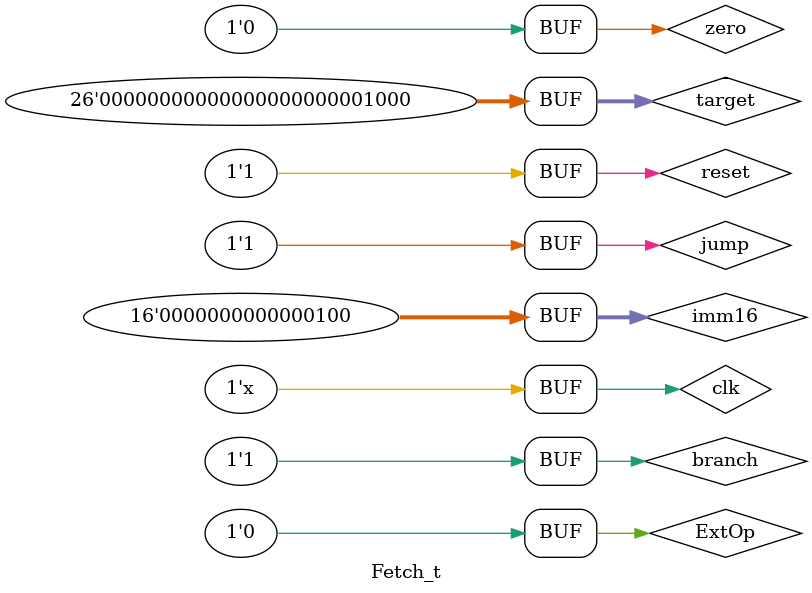
<source format=v>
`timescale 1ns / 1ps


module Fetch_t;

	// Inputs
	reg clk;
	reg reset;
	reg branch;
	reg zero;
	reg jump;
	reg [25:0] target;
	reg [15:0] imm16;
	reg ExtOp;

	// Outputs
	wire [31:0] Inst;
	wire [31:0] PC;

	// Instantiate the Unit Under Test (UUT)
	Fetch uut (
		.clk(clk), 
		.reset(reset), 
		.branch(branch), 
		.zero(zero), 
		.jump(jump), 
		.target(target), 
		.imm16(imm16), 
		.ExtOp(ExtOp), 
		.Inst(Inst), 
		.PC(PC)
	);

	initial begin
		// Initialize Inputs
		clk = 0;
		reset = 0;
		branch = 0;
		zero = 0;
		jump = 0;
		target = 26'h8;
		imm16 = 16'h4;
		ExtOp = 0;

		// Wait 100 ns for global reset to finish
		#20;
		reset = 1;
		#100;
		branch = 1;
		zero = 1;
		#20;
		zero = 0;
		jump = 1;

	end
always #10 clk = ~clk;
endmodule
</source>
